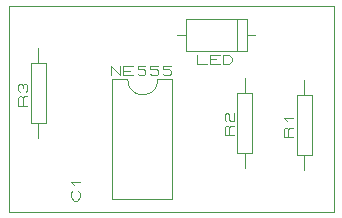
<source format=gbr>
G04 PROTEUS GERBER X2 FILE*
%TF.GenerationSoftware,Labcenter,Proteus,8.17-SP2-Build37159*%
%TF.CreationDate,2025-10-11T08:53:27+00:00*%
%TF.FileFunction,Legend,Top*%
%TF.FilePolarity,Positive*%
%TF.Part,Single*%
%TF.SameCoordinates,{a55e4d6c-05e1-4aca-87d3-cb5da3fea1e9}*%
%FSLAX45Y45*%
%MOMM*%
G01*
%TA.AperFunction,Profile*%
%ADD16C,0.101600*%
%TA.AperFunction,Material*%
%ADD17C,0.101600*%
%TD.AperFunction*%
D16*
X-2750000Y+0D02*
X+0Y+0D01*
X+0Y+1750000D01*
X-2750000Y+1750000D01*
X-2750000Y+0D01*
D17*
X-1492000Y+1127000D02*
X-1365000Y+1127000D01*
X-1365000Y+111000D01*
X-1873000Y+111000D01*
X-1873000Y+1127000D01*
X-1746000Y+1127000D01*
X-1619000Y+1000000D02*
X-1593124Y+1002436D01*
X-1569152Y+1009485D01*
X-1547562Y+1020762D01*
X-1528830Y+1035878D01*
X-1513431Y+1054446D01*
X-1501842Y+1076081D01*
X-1494540Y+1100394D01*
X-1492000Y+1127000D01*
X-1619000Y+1000000D02*
X-1645606Y+1002436D01*
X-1669919Y+1009485D01*
X-1691554Y+1020762D01*
X-1710122Y+1035878D01*
X-1725238Y+1054446D01*
X-1736515Y+1076081D01*
X-1743564Y+1100394D01*
X-1746000Y+1127000D01*
X-1885700Y+1157480D02*
X-1885700Y+1233680D01*
X-1805690Y+1157480D01*
X-1805690Y+1233680D01*
X-1699010Y+1157480D02*
X-1779020Y+1157480D01*
X-1779020Y+1233680D01*
X-1699010Y+1233680D01*
X-1779020Y+1195580D02*
X-1725680Y+1195580D01*
X-1592330Y+1233680D02*
X-1659005Y+1233680D01*
X-1659005Y+1208280D01*
X-1605665Y+1208280D01*
X-1592330Y+1195580D01*
X-1592330Y+1170180D01*
X-1605665Y+1157480D01*
X-1645670Y+1157480D01*
X-1659005Y+1170180D01*
X-1485650Y+1233680D02*
X-1552325Y+1233680D01*
X-1552325Y+1208280D01*
X-1498985Y+1208280D01*
X-1485650Y+1195580D01*
X-1485650Y+1170180D01*
X-1498985Y+1157480D01*
X-1538990Y+1157480D01*
X-1552325Y+1170180D01*
X-1378970Y+1233680D02*
X-1445645Y+1233680D01*
X-1445645Y+1208280D01*
X-1392305Y+1208280D01*
X-1378970Y+1195580D01*
X-1378970Y+1170180D01*
X-1392305Y+1157480D01*
X-1432310Y+1157480D01*
X-1445645Y+1170180D01*
X-2161100Y+178330D02*
X-2148400Y+164995D01*
X-2148400Y+124990D01*
X-2173800Y+98320D01*
X-2199200Y+98320D01*
X-2224600Y+124990D01*
X-2224600Y+164995D01*
X-2211900Y+178330D01*
X-2199200Y+231670D02*
X-2224600Y+258340D01*
X-2148400Y+258340D01*
X-1251080Y+1365380D02*
X-732920Y+1365380D01*
X-732920Y+1632080D01*
X-1251080Y+1632080D01*
X-1251080Y+1365380D01*
X-814200Y+1367920D02*
X-814200Y+1629540D01*
X-661800Y+1500000D02*
X-732920Y+1500000D01*
X-1251080Y+1500000D02*
X-1322200Y+1500000D01*
X-1152020Y+1334900D02*
X-1152020Y+1258700D01*
X-1072010Y+1258700D01*
X-965330Y+1258700D02*
X-1045340Y+1258700D01*
X-1045340Y+1334900D01*
X-965330Y+1334900D01*
X-1045340Y+1296800D02*
X-992000Y+1296800D01*
X-938660Y+1258700D02*
X-938660Y+1334900D01*
X-885320Y+1334900D01*
X-858650Y+1309500D01*
X-858650Y+1284100D01*
X-885320Y+1258700D01*
X-938660Y+1258700D01*
X-750000Y+377000D02*
X-750000Y+504000D01*
X-813500Y+504000D02*
X-686500Y+504000D01*
X-686500Y+1012000D01*
X-813500Y+1012000D01*
X-813500Y+504000D01*
X-750000Y+1012000D02*
X-750000Y+1139000D01*
X-843980Y+651320D02*
X-920180Y+651320D01*
X-920180Y+717995D01*
X-907480Y+731330D01*
X-894780Y+731330D01*
X-882080Y+717995D01*
X-882080Y+651320D01*
X-882080Y+717995D02*
X-869380Y+731330D01*
X-843980Y+731330D01*
X-907480Y+771335D02*
X-920180Y+784670D01*
X-920180Y+824675D01*
X-907480Y+838010D01*
X-894780Y+838010D01*
X-882080Y+824675D01*
X-882080Y+784670D01*
X-869380Y+771335D01*
X-843980Y+771335D01*
X-843980Y+838010D01*
X-2500000Y+627000D02*
X-2500000Y+754000D01*
X-2563500Y+754000D02*
X-2436500Y+754000D01*
X-2436500Y+1262000D01*
X-2563500Y+1262000D01*
X-2563500Y+754000D01*
X-2500000Y+1262000D02*
X-2500000Y+1389000D01*
X-2593980Y+901320D02*
X-2670180Y+901320D01*
X-2670180Y+967995D01*
X-2657480Y+981330D01*
X-2644780Y+981330D01*
X-2632080Y+967995D01*
X-2632080Y+901320D01*
X-2632080Y+967995D02*
X-2619380Y+981330D01*
X-2593980Y+981330D01*
X-2657480Y+1021335D02*
X-2670180Y+1034670D01*
X-2670180Y+1074675D01*
X-2657480Y+1088010D01*
X-2644780Y+1088010D01*
X-2632080Y+1074675D01*
X-2619380Y+1088010D01*
X-2606680Y+1088010D01*
X-2593980Y+1074675D01*
X-2593980Y+1034670D01*
X-2606680Y+1021335D01*
X-2632080Y+1048005D02*
X-2632080Y+1074675D01*
X-250000Y+361000D02*
X-250000Y+488000D01*
X-313500Y+488000D02*
X-186500Y+488000D01*
X-186500Y+996000D01*
X-313500Y+996000D01*
X-313500Y+488000D01*
X-250000Y+996000D02*
X-250000Y+1123000D01*
X-343980Y+635320D02*
X-420180Y+635320D01*
X-420180Y+701995D01*
X-407480Y+715330D01*
X-394780Y+715330D01*
X-382080Y+701995D01*
X-382080Y+635320D01*
X-382080Y+701995D02*
X-369380Y+715330D01*
X-343980Y+715330D01*
X-394780Y+768670D02*
X-420180Y+795340D01*
X-343980Y+795340D01*
M02*

</source>
